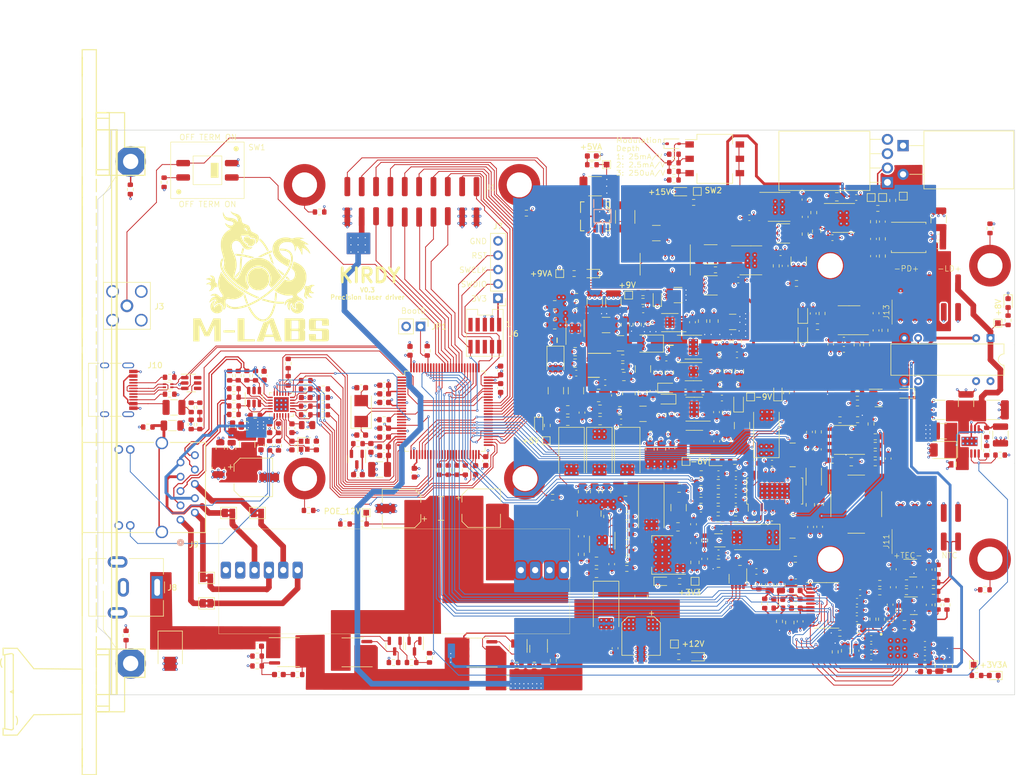
<source format=kicad_pcb>
(kicad_pcb (version 20221018) (generator pcbnew)

  (general
    (thickness 1.6)
  )

  (paper "A4")
  (layers
    (0 "F.Cu" jumper)
    (1 "In1.Cu" signal)
    (2 "In2.Cu" signal)
    (31 "B.Cu" signal)
    (32 "B.Adhes" user "B.Adhesive")
    (33 "F.Adhes" user "F.Adhesive")
    (34 "B.Paste" user)
    (35 "F.Paste" user)
    (36 "B.SilkS" user "B.Silkscreen")
    (37 "F.SilkS" user "F.Silkscreen")
    (38 "B.Mask" user)
    (39 "F.Mask" user)
    (40 "Dwgs.User" user "User.Drawings")
    (41 "Cmts.User" user "User.Comments")
    (42 "Eco1.User" user "User.Eco1")
    (43 "Eco2.User" user "User.Eco2")
    (44 "Edge.Cuts" user)
    (45 "Margin" user)
    (46 "B.CrtYd" user "B.Courtyard")
    (47 "F.CrtYd" user "F.Courtyard")
    (48 "B.Fab" user)
    (49 "F.Fab" user)
    (50 "User.1" user)
    (51 "User.2" user)
    (52 "User.3" user)
    (53 "User.4" user)
    (54 "User.5" user)
    (55 "User.6" user)
    (56 "User.7" user)
    (57 "User.8" user)
    (58 "User.9" user)
  )

  (setup
    (stackup
      (layer "F.SilkS" (type "Top Silk Screen"))
      (layer "F.Paste" (type "Top Solder Paste"))
      (layer "F.Mask" (type "Top Solder Mask") (thickness 0.01))
      (layer "F.Cu" (type "copper") (thickness 0.035))
      (layer "dielectric 1" (type "core") (thickness 0.48) (material "FR4") (epsilon_r 4.5) (loss_tangent 0.02))
      (layer "In1.Cu" (type "copper") (thickness 0.035))
      (layer "dielectric 2" (type "prepreg") (thickness 0.48) (material "FR4") (epsilon_r 4.5) (loss_tangent 0.02))
      (layer "In2.Cu" (type "copper") (thickness 0.035))
      (layer "dielectric 3" (type "core") (thickness 0.48) (material "FR4") (epsilon_r 4.5) (loss_tangent 0.02))
      (layer "B.Cu" (type "copper") (thickness 0.035))
      (layer "B.Mask" (type "Bottom Solder Mask") (thickness 0.01))
      (layer "B.Paste" (type "Bottom Solder Paste"))
      (layer "B.SilkS" (type "Bottom Silk Screen"))
      (copper_finish "ENIG")
      (dielectric_constraints no)
    )
    (pad_to_mask_clearance 0)
    (pcbplotparams
      (layerselection 0x00010fc_ffffffff)
      (plot_on_all_layers_selection 0x0000000_00000000)
      (disableapertmacros false)
      (usegerberextensions true)
      (usegerberattributes false)
      (usegerberadvancedattributes false)
      (creategerberjobfile true)
      (dashed_line_dash_ratio 12.000000)
      (dashed_line_gap_ratio 3.000000)
      (svgprecision 6)
      (plotframeref false)
      (viasonmask false)
      (mode 1)
      (useauxorigin false)
      (hpglpennumber 1)
      (hpglpenspeed 20)
      (hpglpendiameter 15.000000)
      (dxfpolygonmode true)
      (dxfimperialunits true)
      (dxfusepcbnewfont true)
      (psnegative false)
      (psa4output false)
      (plotreference false)
      (plotvalue false)
      (plotinvisibletext false)
      (sketchpadsonfab false)
      (subtractmaskfromsilk true)
      (outputformat 1)
      (mirror false)
      (drillshape 0)
      (scaleselection 1)
      (outputdirectory "gerbers")
    )
  )

  (net 0 "")
  (net 1 "+5VA")
  (net 2 "GND")
  (net 3 "Net-(U1-VOUT_F)")
  (net 4 "Net-(U4--)")
  (net 5 "Net-(U2-OUT)")
  (net 6 "Net-(U4-+)")
  (net 7 "+9VA")
  (net 8 "-6V")
  (net 9 "+15V")
  (net 10 "Net-(U6-+)")
  (net 11 "Net-(C13-Pad2)")
  (net 12 "/MCU/PD_MON")
  (net 13 "Net-(C18-Pad2)")
  (net 14 "Net-(C18-Pad1)")
  (net 15 "Net-(U5B-+)")
  (net 16 "+3V3")
  (net 17 "Net-(U6--)")
  (net 18 "Net-(Q2-G)")
  (net 19 "/MCU/VREF")
  (net 20 "+12V")
  (net 21 "Net-(C25-Pad2)")
  (net 22 "Net-(C26-Pad2)")
  (net 23 "Net-(C26-Pad1)")
  (net 24 "Net-(C27-Pad1)")
  (net 25 "/driveStage/PD_C")
  (net 26 "Net-(C28-Pad1)")
  (net 27 "-9V")
  (net 28 "IN")
  (net 29 "Net-(U8-VCAP_1)")
  (net 30 "Net-(U8-VCAP_2)")
  (net 31 "Net-(C52-Pad1)")
  (net 32 "Net-(U8-PH0)")
  (net 33 "Net-(U8-PH1)")
  (net 34 "/MCU/VDDA")
  (net 35 "Net-(D6-K)")
  (net 36 "Net-(D5-A)")
  (net 37 "Net-(U9-C+)")
  (net 38 "Net-(D5-K)")
  (net 39 "Net-(C57-Pad1)")
  (net 40 "+9V")
  (net 41 "+8V")
  (net 42 "+3.3VA")
  (net 43 "/thermostat/DAC_REF")
  (net 44 "Net-(U9-C-)")
  (net 45 "Net-(D7-A)")
  (net 46 "Net-(U16-PGFB)")
  (net 47 "/thermostat/MAXV")
  (net 48 "/thermostat/MAXIP")
  (net 49 "/thermostat/MAXIN")
  (net 50 "Net-(U11-EN{slash}UV)")
  (net 51 "Net-(U12-EN{slash}UV)")
  (net 52 "Net-(U13-EN{slash}UV)")
  (net 53 "/MCU/TEC_ISEN")
  (net 54 "Net-(U15-EN{slash}UV)")
  (net 55 "/thermostat/TEC_VREF")
  (net 56 "Net-(U14-EN{slash}UV)")
  (net 57 "Net-(U11-SET)")
  (net 58 "Net-(U16-SET)")
  (net 59 "+5V")
  (net 60 "Net-(U12-SET)")
  (net 61 "Net-(U13-SET)")
  (net 62 "Net-(U14-SET)")
  (net 63 "Net-(U15-SET)")
  (net 64 "Net-(U19-REGCAPD)")
  (net 65 "Net-(U18-REGCAPD)")
  (net 66 "Net-(U21-CTLI)")
  (net 67 "Net-(U18-REFOUT)")
  (net 68 "Net-(U18-REGCAPA)")
  (net 69 "Net-(U19-REGCAPA)")
  (net 70 "Net-(U21-COMP)")
  (net 71 "Net-(U21-CS)")
  (net 72 "Net-(U21-OS2)")
  (net 73 "/Ehternet/AVDDT_PHY")
  (net 74 "/Ehternet/ETH_SHIELD")
  (net 75 "Net-(U23-VIN)")
  (net 76 "Net-(U23-SS{slash}TR)")
  (net 77 "/MCU/RST")
  (net 78 "Net-(FB12-Pad1)")
  (net 79 "/thermostat/TEC+")
  (net 80 "/thermostat/TEC-")
  (net 81 "Net-(U23-BOOT)")
  (net 82 "/MCU/USB_DP")
  (net 83 "/MCU/USB_DN")
  (net 84 "/MCU/SWDIO")
  (net 85 "/MCU/SWCLK")
  (net 86 "Net-(U23-COMP)")
  (net 87 "/digital supply/+12V_Barrel_Jack")
  (net 88 "Net-(Q4-G)")
  (net 89 "Net-(U24-VI)")
  (net 90 "Net-(U26-XTAL2)")
  (net 91 "Net-(U26-XTAL1)")
  (net 92 "Net-(U26-VDDCR)")
  (net 93 "Net-(D1-A2)")
  (net 94 "/driveStage/LD-")
  (net 95 "/thermostat/NTC+")
  (net 96 "/thermostat/NTC-")
  (net 97 "Net-(D4-A)")
  (net 98 "Net-(U27-VBUS)")
  (net 99 "Net-(L3-Pad1)")
  (net 100 "Net-(U21-OS1)")
  (net 101 "Net-(FL2-Pad4)")
  (net 102 "Net-(FL2-Pad1)")
  (net 103 "unconnected-(J6-Pin_6-Pad6)")
  (net 104 "/MCU/PWM_MAXV")
  (net 105 "/MCU/PWM_MAXIP")
  (net 106 "/MCU/PWM_MAXIN")
  (net 107 "unconnected-(J6-Pin_7-Pad7)")
  (net 108 "unconnected-(J6-Pin_8-Pad8)")
  (net 109 "unconnected-(J6-Pin_9-Pad9)")
  (net 110 "/MCU/TEC_VSEN")
  (net 111 "/Ehternet/POE_VC2-")
  (net 112 "/Ehternet/POE_VC1-")
  (net 113 "/MCU/POE_PWR_SRC")
  (net 114 "/Ehternet/RMII_RXD0")
  (net 115 "/Ehternet/POE_VC2+")
  (net 116 "/Ehternet/RMII_RXD1")
  (net 117 "/Ehternet/POE_VC1+")
  (net 118 "/Ehternet/RMII_CRS_DV")
  (net 119 "/Ehternet/RMII_REF_CLK")
  (net 120 "/Ehternet/RMII_MDIO")
  (net 121 "Net-(J9-Pad11)")
  (net 122 "/Ehternet/ETH_LED_1")
  (net 123 "Net-(J9-Pad13)")
  (net 124 "/Ehternet/PHY_TD_P")
  (net 125 "/Ehternet/PHY_TD_N")
  (net 126 "/Ehternet/PHY_RD_P")
  (net 127 "/Ehternet/PHY_RD_N")
  (net 128 "/Ehternet/ETH_LED_2")
  (net 129 "unconnected-(J10-SBU2-PadB8)")
  (net 130 "Net-(J10-CC2)")
  (net 131 "/MCU/USB_VBUS")
  (net 132 "/MCU/LDAC_LOAD")
  (net 133 "/MCU/LDAC_CLK")
  (net 134 "/MCU/LDAC_MOSI")
  (net 135 "/MCU/LDAC_CS")
  (net 136 "/MCU/TADC_SYNC")
  (net 137 "/MCU/TADC_MISO")
  (net 138 "/MCU/TDAC_MOSI")
  (net 139 "/MCU/TADC_CLK")
  (net 140 "/MCU/TDAC_CLK")
  (net 141 "/MCU/TADC_CS")
  (net 142 "/MCU/TDAC_SYNC")
  (net 143 "/MCU/TADC_MOSI")
  (net 144 "unconnected-(J10-SBU1-PadA8)")
  (net 145 "Net-(J10-CC1)")
  (net 146 "Net-(JP1-A)")
  (net 147 "Net-(JP2-B)")
  (net 148 "Net-(JP3-B)")
  (net 149 "Net-(JP4-B)")
  (net 150 "Net-(JP5-B)")
  (net 151 "Net-(L4-Pad1)")
  (net 152 "Net-(Q9-E)")
  (net 153 "Net-(Q1-G)")
  (net 154 "Net-(Q2-S-Pad1)")
  (net 155 "Net-(Q3-B)")
  (net 156 "Net-(Q5-G)")
  (net 157 "/Ehternet/RMII_MDC")
  (net 158 "/Ehternet/PHY_NRST")
  (net 159 "Net-(Q6-B)")
  (net 160 "Net-(Q7-B)")
  (net 161 "Net-(Q8-G)")
  (net 162 "Net-(Q9-B)")
  (net 163 "Net-(R3-Pad2)")
  (net 164 "/Ehternet/RMII_TX_EN")
  (net 165 "/Ehternet/RMII_TXD0")
  (net 166 "/Ehternet/RMII_TXD1")
  (net 167 "Net-(R5-Pad2)")
  (net 168 "Net-(U3--)")
  (net 169 "Net-(U5B--)")
  (net 170 "Net-(U7-OUT)")
  (net 171 "Net-(U8-PE8)")
  (net 172 "Net-(U8-PE9)")
  (net 173 "Net-(U8-PE10)")
  (net 174 "Net-(U8-PE11)")
  (net 175 "Net-(U16-ILIM)")
  (net 176 "Net-(U10-SET)")
  (net 177 "Net-(U17-VFB)")
  (net 178 "Net-(U20B--)")
  (net 179 "Net-(U18-AIN0)")
  (net 180 "Net-(U18-AIN1)")
  (net 181 "Net-(U19-AIN0{slash}REF2-)")
  (net 182 "Net-(U19-AIN1{slash}REF2+)")
  (net 183 "unconnected-(K1-Pad14)")
  (net 184 "Net-(U20A-+)")
  (net 185 "Net-(U20A--)")
  (net 186 "Net-(U23-EN)")
  (net 187 "Net-(U23-RT{slash}CLK)")
  (net 188 "Net-(U23-VSENSE)")
  (net 189 "Net-(U26-RXD0)")
  (net 190 "Net-(U26-RXD1)")
  (net 191 "Net-(U26-CRS_DV)")
  (net 192 "Net-(U26-nINT)")
  (net 193 "Net-(U26-RXER)")
  (net 194 "Net-(U26-RBIAS)")
  (net 195 "Net-(U3-+)")
  (net 196 "Net-(U1-VOUT_S)")
  (net 197 "unconnected-(U2-INV-Pad13)")
  (net 198 "unconnected-(U2-NC-Pad9)")
  (net 199 "unconnected-(U2-RFB-Pad1)")
  (net 200 "unconnected-(U8-PE1-Pad98)")
  (net 201 "unconnected-(U8-PE0-Pad97)")
  (net 202 "unconnected-(U8-PB9-Pad96)")
  (net 203 "unconnected-(U8-PA10-Pad69)")
  (net 204 "unconnected-(U8-PA8-Pad67)")
  (net 205 "unconnected-(U8-PE15-Pad46)")
  (net 206 "unconnected-(U8-PE14-Pad45)")
  (net 207 "/MCU/LD_EN")
  (net 208 "unconnected-(U8-PE13-Pad44)")
  (net 209 "unconnected-(U8-PE12-Pad43)")
  (net 210 "unconnected-(U8-PE7-Pad38)")
  (net 211 "unconnected-(U8-PB2-Pad37)")
  (net 212 "/MCU/TEC_~{SHDN}")
  (net 213 "/MCU/~{LD_SHORT}")
  (net 214 "unconnected-(U8-PC2-Pad17)")
  (net 215 "unconnected-(U8-PC0-Pad15)")
  (net 216 "unconnected-(U8-PC15-Pad9)")
  (net 217 "unconnected-(U8-PC14-Pad8)")
  (net 218 "unconnected-(U8-PC13-Pad7)")
  (net 219 "unconnected-(U8-PE6-Pad5)")
  (net 220 "unconnected-(U8-PE5-Pad4)")
  (net 221 "unconnected-(U8-PE4-Pad3)")
  (net 222 "unconnected-(U8-PE3-Pad2)")
  (net 223 "unconnected-(U8-PE2-Pad1)")
  (net 224 "12Vin")
  (net 225 "unconnected-(U9-NC-Pad12)")
  (net 226 "unconnected-(U9-NC-Pad7)")
  (net 227 "unconnected-(U9-NC-Pad6)")
  (net 228 "unconnected-(U9-NC-Pad3)")
  (net 229 "unconnected-(U9-NC-Pad1)")
  (net 230 "unconnected-(U10-ILIM-Pad5)")
  (net 231 "unconnected-(U11-PG-Pad4)")
  (net 232 "unconnected-(U12-PG-Pad5)")
  (net 233 "unconnected-(U13-PG-Pad4)")
  (net 234 "unconnected-(U14-VIOC-Pad7)")
  (net 235 "unconnected-(U14-PG-Pad4)")
  (net 236 "unconnected-(U15-PG-Pad4)")
  (net 237 "unconnected-(U16-PG-Pad5)")
  (net 238 "unconnected-(U18-GPIO1-Pad20)")
  (net 239 "unconnected-(U18-GPIO0-Pad19)")
  (net 240 "unconnected-(U18-XTAL2{slash}CLKIO-Pad10)")
  (net 241 "unconnected-(U18-XTAL1-Pad9)")
  (net 242 "unconnected-(U19-DNC-Pad3)")
  (net 243 "unconnected-(U19-PDSW-Pad8)")
  (net 244 "unconnected-(U19-XTAL1-Pad9)")
  (net 245 "unconnected-(U19-XTAL2{slash}CLKIO-Pad10)")
  (net 246 "unconnected-(U19-~{ERROR}-Pad15)")
  (net 247 "unconnected-(U19-GPIO0-Pad20)")
  (net 248 "unconnected-(U19-GPIO1-Pad21)")
  (net 249 "unconnected-(U19-GPIO2-Pad22)")
  (net 250 "unconnected-(U19-AIN2-Pad23)")
  (net 251 "unconnected-(U19-AIN3-Pad24)")
  (net 252 "unconnected-(U19-AIN4-Pad25)")
  (net 253 "unconnected-(U19-AIN5-Pad26)")
  (net 254 "unconnected-(U19-AIN6-Pad27)")
  (net 255 "unconnected-(U19-AIN7-Pad28)")
  (net 256 "unconnected-(U19-AIN8-Pad29)")
  (net 257 "unconnected-(U19-GPO3-Pad30)")
  (net 258 "Net-(U20B-+)")
  (net 259 "unconnected-(U22-NC-Pad2)")
  (net 260 "unconnected-(U22-NC-Pad1)")
  (net 261 "unconnected-(U23-PWRGD-Pad14)")
  (net 262 "unconnected-(U27-I{slash}O4-Pad6)")
  (net 263 "unconnected-(U27-I{slash}O3-Pad4)")
  (net 264 "/Ehternet/RJ45_RD_N")
  (net 265 "/Ehternet/RJ45_RD_P")
  (net 266 "/Ehternet/RJ45_TD_N")
  (net 267 "/Ehternet/RJ45_TD_P")
  (net 268 "/thermostat/ADC1_REF")
  (net 269 "/thermostat/ADC1_A3V3")
  (net 270 "/thermostat/ADC1_D3V3")
  (net 271 "/thermostat/ADC2_D3V3")
  (net 272 "/thermostat/ADC2_A3V3")
  (net 273 "/thermostat/ADC2_REF")
  (net 274 "Net-(C124-Pad1)")
  (net 275 "Net-(C125-Pad1)")
  (net 276 "Net-(C126-Pad1)")
  (net 277 "Net-(C156-Pad2)")
  (net 278 "Net-(C157-Pad2)")
  (net 279 "Net-(C166-Pad2)")
  (net 280 "Net-(C167-Pad2)")
  (net 281 "Net-(C177-Pad2)")
  (net 282 "Net-(C76-Pad1)")
  (net 283 "Net-(C179-Pad1)")
  (net 284 "Net-(C187-Pad2)")
  (net 285 "Net-(C188-Pad1)")
  (net 286 "Net-(C208-Pad1)")
  (net 287 "Net-(R7-Pad2)")
  (net 288 "Net-(R23-Pad2)")
  (net 289 "unconnected-(R25-Pad3)")
  (net 290 "Net-(R35-Pad2)")
  (net 291 "Net-(R66-Pad2)")
  (net 292 "Net-(R121-Pad2)")
  (net 293 "Net-(R122-Pad1)")
  (net 294 "/MCU/TERM_STAT")
  (net 295 "Net-(MH1-Pad1)")
  (net 296 "Net-(MH1-Pad2)")
  (net 297 "/thermostat/TEC_REF")
  (net 298 "Net-(D12-A)")
  (net 299 "Net-(D13-A)")
  (net 300 "Net-(D14-A)")
  (net 301 "Net-(D15-A)")
  (net 302 "Net-(D16-A)")
  (net 303 "Net-(D17-A)")
  (net 304 "Net-(D18-A)")
  (net 305 "Net-(D19-A)")
  (net 306 "Net-(D20-A)")
  (net 307 "Net-(D21-A)")
  (net 308 "Net-(D11-A)")
  (net 309 "/digital supply/POE_12V")
  (net 310 "Net-(U29-+)")
  (net 311 "Net-(U29--)")
  (net 312 "Net-(H2-Pad1)")
  (net 313 "Net-(H1-Pad1)")
  (net 314 "Net-(H4-Pad1)")
  (net 315 "Net-(H3-Pad1)")
  (net 316 "Net-(H5-Pad1)")
  (net 317 "Net-(H6-Pad1)")
  (net 318 "Net-(H7-Pad1)")
  (net 319 "Net-(H8-Pad1)")
  (net 320 "/MCU/PC9")
  (net 321 "/MCU/PC8")
  (net 322 "/MCU/PC7")
  (net 323 "/MCU/PD1")
  (net 324 "/MCU/PC6")
  (net 325 "/MCU/PD2")
  (net 326 "/MCU/PD15")
  (net 327 "/MCU/PD3")
  (net 328 "/MCU/PD14")
  (net 329 "/MCU/PD4")
  (net 330 "/MCU/PD13")
  (net 331 "/MCU/PD5")
  (net 332 "/MCU/PD12")
  (net 333 "/MCU/PD6")
  (net 334 "/MCU/PD11")
  (net 335 "/MCU/PD10")

  (footprint "Resistor_SMD:R_0603_1608Metric" (layer "F.Cu") (at 34.544 45.8338 180))

  (footprint "Resistor_SMD:R_0603_1608Metric" (layer "F.Cu") (at 56.4434 93.4499 90))

  (footprint "Capacitor_SMD:C_0603_1608Metric" (layer "F.Cu") (at 34.544 47.3578))

  (footprint "Capacitor_SMD:C_0603_1608Metric" (layer "F.Cu") (at 138.5316 80.9498 90))

  (footprint "Package_TO_SOT_SMD:SOT-23" (layer "F.Cu") (at 50.2882 91.3874 -90))

  (footprint "Capacitor_SMD:C_0805_2012Metric" (layer "F.Cu") (at 103.4288 76.5556 -90))

  (footprint "Inductor_SMD:L_1210_3225Metric" (layer "F.Cu") (at 47.617 60.0964))

  (footprint "Capacitor_SMD:C_0603_1608Metric" (layer "F.Cu") (at 104.4956 63.9706 180))

  (footprint "Resistor_SMD:R_0603_1608Metric" (layer "F.Cu") (at 119.634 46.482 -90))

  (footprint "Resistor_SMD:R_0603_1608Metric" (layer "F.Cu") (at 73.6 14.7 180))

  (footprint "Capacitor_SMD:C_0805_2012Metric" (layer "F.Cu") (at 107.6 76.7))

  (footprint "Capacitor_SMD:C_0603_1608Metric" (layer "F.Cu") (at 137.6328 58.1658 90))

  (footprint "Package_QFP:LQFP-100_14x14mm_P0.5mm" (layer "F.Cu") (at 59.182 49.7798))

  (footprint "Capacitor_SMD:C_0603_1608Metric" (layer "F.Cu") (at 104.4956 67.1332 180))

  (footprint "Resistor_SMD:R_0603_1608Metric" (layer "F.Cu") (at 33.0955 96.414))

  (footprint "Resistor_SMD:R_0603_1608Metric" (layer "F.Cu") (at 37.6308 47.3578 180))

  (footprint "Inductor_SMD:L_1008_2520Metric" (layer "F.Cu") (at 91.7448 46.6344 -90))

  (footprint "Capacitor_SMD:C_0603_1608Metric" (layer "F.Cu") (at 110.6875 60.8397))

  (footprint "Capacitor_SMD:C_0805_2012Metric" (layer "F.Cu") (at 94.1832 46.3922 -90))

  (footprint "Resistor_SMD:R_0603_1608Metric" (layer "F.Cu") (at 115.7754 83.822 -90))

  (footprint "Resistor_SMD:R_0603_1608Metric" (layer "F.Cu") (at 37.6308 45.8338 180))

  (footprint "Resistor_SMD:R_0603_1608Metric" (layer "F.Cu") (at 129.075 89.1 180))

  (footprint "Resistor_SMD:R_0603_1608Metric" (layer "F.Cu") (at 104.4956 62.3984))

  (footprint "Resistor_SMD:R_0603_1608Metric" (layer "F.Cu") (at 78.36 93.918 90))

  (footprint "Capacitor_SMD:C_0603_1608Metric" (layer "F.Cu") (at 135.0256 22.3134 -90))

  (footprint "Capacitor_SMD:C_0603_1608Metric" (layer "F.Cu") (at 99.3394 50.1786 90))

  (footprint "Diode_SMD:D_SMB" (layer "F.Cu") (at 10.5615 92.364 -90))

  (footprint "Capacitor_SMD:C_0603_1608Metric" (layer "F.Cu") (at 78.8126 32.7046 180))

  (footprint "Resistor_SMD:R_0603_1608Metric" (layer "F.Cu") (at 21.844 50.355))

  (footprint "Resistor_SMD:R_0603_1608Metric" (layer "F.Cu") (at 155.65 17.4 -90))

  (footprint "Resistor_SMD:R_0603_1608Metric" (layer "F.Cu") (at 132.1793 46.6024))

  (footprint "Capacitor_SMD:C_0805_2012Metric" (layer "F.Cu") (at 82.2198 41.2662 180))

  (footprint "Package_SO:SOIC-8-1EP_3.9x4.9mm_P1.27mm_EP2.29x3mm" (layer "F.Cu") (at 118.325 13.585))

  (footprint "Capacitor_SMD:C_0805_2012Metric" (layer "F.Cu") (at 86.0044 76.3524 180))

  (footprint "Package_TO_SOT_SMD:SOT-23-6" (layer "F.Cu") (at 25.4 47.2562 90))

  (footprint "Resistor_SMD:R_0603_1608Metric" (layer "F.Cu") (at 158.85 33.675 -90))

  (footprint "LED_SMD:LED_0603_1608Metric" (layer "F.Cu") (at 96.774 29.718 90))

  (footprint "Connector_BarrelJack:BarrelJack_CUI_PJ-063AH_Horizontal" (layer "F.Cu") (at 8.25 80.9732 -90))

  (footprint "TestPoint:TestPoint_Pad_1.0x1.0mm" (layer "F.Cu") (at 77.1 55 180))

  (footprint "Capacitor_SMD:C_1812_4532Metric" (layer "F.Cu") (at 156.2338 49.5436))

  (footprint "Resistor_SMD:R_0603_1608Metric" (layer "F.Cu") (at 136.144 81.788))

  (footprint "Capacitor_SMD:C_0603_1608Metric" (layer "F.Cu") (at 144.137 91.059))

  (footprint "Resistor_SMD:R_0603_1608Metric" (layer "F.Cu") (at 104.5423 60.8397))

  (footprint "Resistor_SMD:R_0603_1608Metric" (layer "F.Cu")
    (tstamp 172e2ccd-5984-45c3-b57b-f7453ad4d6aa)
    (at 148.463 94.869 90)
    (descr "Resistor SMD 0603 (1608 Metric), square (rectangular) end terminal, IPC_7351 nominal, (Body size source: IPC-SM-782 page 72, https://www.pcb-3d.com/wordpress/wp-content/uploads/ipc-sm-782a_amendment_1_and_2.pdf), generated with kicad-footprint-generator")
    (tags "resistor")
    (property "MFR_PN" "RC0603FR-0733RL")
    (property "MFR_PN_ALT" "CRGCQ0603F33R")
    (property "Sheetfile" "thermostat.kicad_sch")
    (property "Sheetname" "thermostat")
    (property "dnp" "")
    (property "ki_description" "Resistor")
    (property "ki_keywords" "R res resistor")
    (path "/bda728c0-b189-4e05-8d4f-58a38acf883b/558f1ad0-88ec-4056-ad85-5fa30a6ceb4f")
    (attr smd)
    (fp_text reference "R56" (at 0 -1.43 90) (layer "F.SilkS") hide
        (effects (font (size 1 1) (thickness 0.15)))
      (tstamp b368c516-fd3f-4474-9625-3fea7e4e0969)
    )
    (fp_text value "33" (at 0 1.43 90) (layer "F.Fab")
        (effects (font (size 1 1) (thickness 0.15)))
      (tstamp 0a73afc7-0b81-49d1-9577-930cd144bebd)
    )
    (fp_text user "${REFERENCE}" (at 0 0 90) (layer "F.Fab")
        (effects (font (size 0.4 0.4) (thickness 0.06)))
      (tstamp 11729988-d77f-4a75-ad02-8ff6fb7ffffa)
    )
    (fp_line (start -0.237258 -0.5225) (end 0.237258 -0.5225)
      (stroke (width 0.12) (type solid)) (layer "F.SilkS") (tstamp 558e46f4-98c4-4739-86da-304474adca01))
    (fp_line (start -0.237258 0.5225) (end 0.237258 0.5225)
      (stroke (width 0.12) (type solid)) (layer "F.SilkS") (tstamp eb5ffa6f-8496-4728-96f8-55d4457186dc))
    (fp_line (start -1.48 -0.73) (end 1.48 -0.73)
      (stroke (width 0.05) (type solid)) (layer "F.CrtYd") (tstamp 1dd8c134-6338-4500-afed-25bd2f1937e5))
    (fp_line (start -1.48 0.73) (end -1.48 -0.73)
      (stroke (width 0.05) (type solid)) (layer "F.CrtYd") (tstamp 77d60b8e-0945-4f94-af79-1c08a0767006))
    (fp_line (start 1.48 -0.73) (end 1.48 0.73)
      (stroke (width 0.05) (type solid)) (layer "F.CrtYd") (tstamp e54c3cbf-1a39-41b8-acc7-8177eda42426))
    (fp_line (start 1.48 0.73) (end -1.48 0.73)
      (stroke (width 0.05) (type solid)) (layer "F.CrtYd") (tstamp b1006b32-40cc-4ff1-97ea-1f16eed21c87))
    (fp_line (start -0.8 -0.4125) (end 0.8 -0.4125)
      (stroke (width 0.1) (type solid)) (layer "F.Fab") (tstamp 53e180b2-547e-43b9-936b-c71d98edd069))
    (fp_line (start -0.8 0.4125) (end -0.8 -0.4125)
      (stroke (width 0.1) (type solid)) (layer "F.Fab") (tstamp 5deda2dc-8023-4c62-9f1b-93215aab2c37))
    (fp_line (start 0.8 -0.
... [5847909 chars truncated]
</source>
